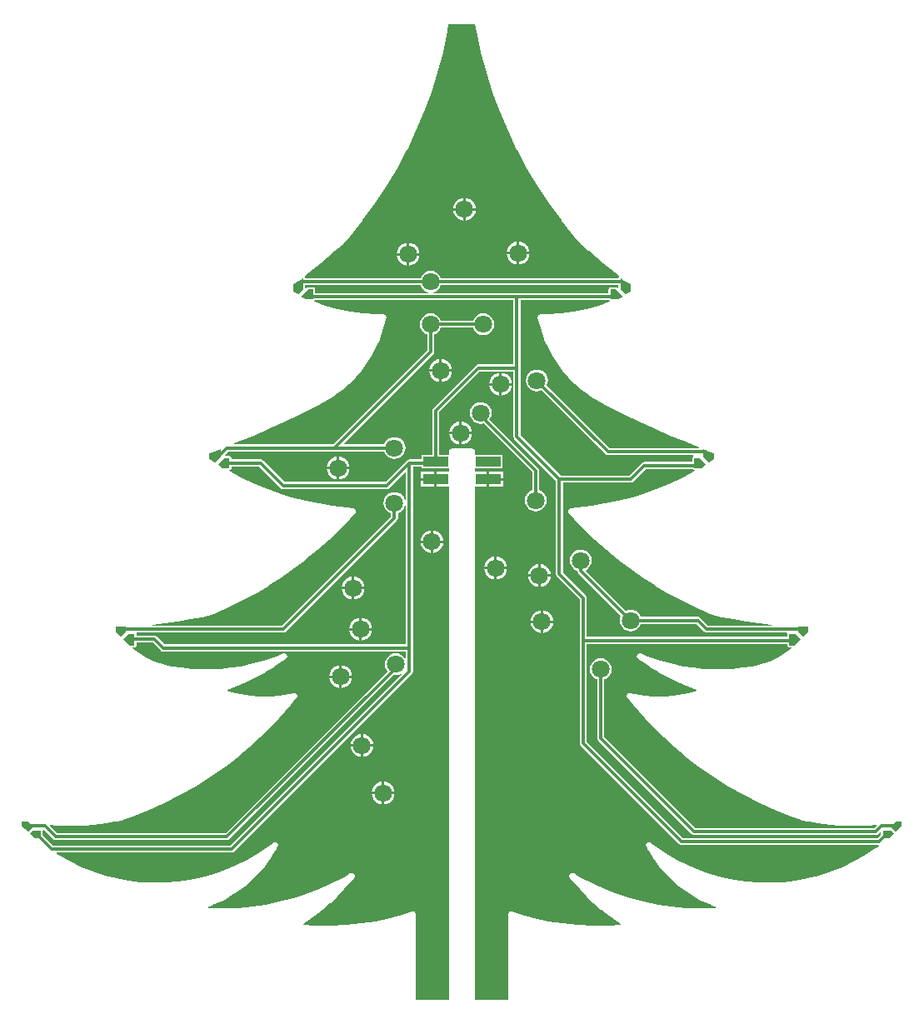
<source format=gbr>
%TF.GenerationSoftware,Altium Limited,Altium Designer,21.2.1 (34)*%
G04 Layer_Physical_Order=2*
G04 Layer_Color=11511158*
%FSLAX25Y25*%
%MOIN*%
%TF.SameCoordinates,D4E26BF7-8A77-4173-AB59-83025396DDF1*%
%TF.FilePolarity,Positive*%
%TF.FileFunction,Copper,L2,Bot,Signal*%
%TF.Part,Single*%
G01*
G75*
%TA.AperFunction,SMDPad,CuDef*%
%ADD10R,0.09843X0.03937*%
%ADD11R,0.01968X0.01968*%
%TA.AperFunction,Conductor*%
%ADD12C,0.01181*%
%TA.AperFunction,ViaPad*%
%ADD13C,0.07087*%
G36*
X188918Y413043D02*
X188925Y413024D01*
X188926Y413002D01*
X190676Y404901D01*
X190688Y404875D01*
X190690Y404847D01*
X192814Y396835D01*
X192826Y396810D01*
X192829Y396782D01*
X195322Y388877D01*
X195336Y388852D01*
X195340Y388824D01*
X198196Y381044D01*
X198211Y381019D01*
X198217Y380992D01*
X201431Y373352D01*
X201446Y373328D01*
X201453Y373301D01*
X205017Y365818D01*
X205034Y365795D01*
X205043Y365768D01*
X208949Y358458D01*
X208967Y358437D01*
X208977Y358410D01*
X213218Y351289D01*
X213237Y351268D01*
X213248Y351242D01*
X217814Y344325D01*
X217834Y344305D01*
X217846Y344279D01*
X222728Y337581D01*
X222749Y337562D01*
X222762Y337537D01*
X227949Y331072D01*
X227965Y331058D01*
X227976Y331040D01*
X230680Y327899D01*
X230754Y327841D01*
X230813Y327768D01*
X233692Y325321D01*
X233699Y325317D01*
X233704Y325311D01*
X239522Y320488D01*
X239531Y320483D01*
X239537Y320475D01*
X245433Y315748D01*
X245442Y315743D01*
X245449Y315736D01*
X245833Y315438D01*
X245878Y315323D01*
X245893Y315251D01*
X245888Y314994D01*
X245833Y314912D01*
X245767Y314840D01*
X245747Y314783D01*
X245714Y314734D01*
X245695Y314637D01*
X245662Y314545D01*
X245300Y314405D01*
X174606D01*
X174283Y315184D01*
X173589Y316089D01*
X172684Y316783D01*
X171631Y317219D01*
X170500Y317368D01*
X169369Y317219D01*
X168316Y316783D01*
X167411Y316089D01*
X166717Y315184D01*
X166394Y314405D01*
X120700D01*
X120338Y314545D01*
X120305Y314637D01*
X120286Y314734D01*
X120253Y314783D01*
X120232Y314840D01*
X120175Y314903D01*
X120155Y314930D01*
X120112Y314994D01*
X120140Y315283D01*
X120156Y315334D01*
X120198Y315419D01*
X120608Y315736D01*
X120614Y315743D01*
X120623Y315748D01*
X126519Y320476D01*
X126526Y320483D01*
X126535Y320488D01*
X132353Y325311D01*
X132358Y325317D01*
X132364Y325321D01*
X135244Y327768D01*
X135302Y327842D01*
X135376Y327900D01*
X138081Y331040D01*
X138091Y331058D01*
X138107Y331072D01*
X143294Y337536D01*
X143307Y337561D01*
X143328Y337580D01*
X148210Y344277D01*
X148222Y344302D01*
X148242Y344323D01*
X152808Y351238D01*
X152819Y351265D01*
X152838Y351286D01*
X157079Y358405D01*
X157089Y358432D01*
X157107Y358454D01*
X161013Y365763D01*
X161022Y365790D01*
X161039Y365813D01*
X164603Y373294D01*
X164610Y373322D01*
X164626Y373345D01*
X167839Y380984D01*
X167845Y381012D01*
X167860Y381036D01*
X170716Y388816D01*
X170721Y388844D01*
X170734Y388868D01*
X173228Y396772D01*
X173231Y396800D01*
X173243Y396826D01*
X175367Y404836D01*
X175369Y404864D01*
X175381Y404890D01*
X177132Y412991D01*
X177132Y413012D01*
X177140Y413032D01*
X177696Y416120D01*
X188362Y416130D01*
X188918Y413043D01*
D02*
G37*
G36*
X245653Y310539D02*
X245259Y310376D01*
X245068Y310568D01*
X244807Y310742D01*
X244500Y310803D01*
X242500D01*
X242193Y310742D01*
X241932Y310568D01*
X241758Y310307D01*
X241697Y310000D01*
Y308405D01*
X171707D01*
X171631Y308781D01*
X172684Y309217D01*
X173589Y309911D01*
X174283Y310816D01*
X174606Y311595D01*
X245653D01*
Y310539D01*
D02*
G37*
G36*
X166717Y310816D02*
X167411Y309911D01*
X168316Y309217D01*
X169369Y308781D01*
X169293Y308405D01*
X124303D01*
Y310000D01*
X124242Y310307D01*
X124068Y310568D01*
X123807Y310742D01*
X123500Y310803D01*
X121500D01*
X121193Y310742D01*
X120932Y310568D01*
X120741Y310376D01*
X120347Y310539D01*
Y311595D01*
X166394D01*
X166717Y310816D01*
D02*
G37*
G36*
X248000Y313500D02*
X250500Y312000D01*
Y309000D01*
X248478Y307978D01*
X246456Y310000D01*
Y314426D01*
X248000Y313500D01*
D02*
G37*
G36*
X119544Y310000D02*
X117522Y307978D01*
X115500Y309000D01*
Y312000D01*
X118000Y313500D01*
X119544Y314426D01*
Y310000D01*
D02*
G37*
G36*
X247500Y307000D02*
X245500Y306000D01*
X242500D01*
Y310000D01*
X244500D01*
X247500Y307000D01*
D02*
G37*
G36*
X123500Y306000D02*
X120500D01*
X118500Y307000D01*
X121500Y310000D01*
X123500D01*
Y306000D01*
D02*
G37*
G36*
X203595Y279905D02*
X189500D01*
X188962Y279798D01*
X188506Y279493D01*
X171507Y262493D01*
X171202Y262038D01*
X171095Y261500D01*
Y243756D01*
X166791D01*
Y241905D01*
X162000D01*
X161462Y241798D01*
X161006Y241493D01*
X152418Y232905D01*
X112082D01*
X103493Y241493D01*
X103038Y241798D01*
X102500Y241905D01*
X90803D01*
Y242500D01*
X90742Y242807D01*
X90568Y243068D01*
X90307Y243242D01*
X90000Y243303D01*
X88346D01*
X88183Y243696D01*
X89582Y245095D01*
X151894D01*
X152217Y244316D01*
X152911Y243411D01*
X153816Y242717D01*
X154869Y242281D01*
X156000Y242132D01*
X157131Y242281D01*
X158184Y242717D01*
X159089Y243411D01*
X159783Y244316D01*
X160219Y245370D01*
X160368Y246500D01*
X160219Y247631D01*
X159783Y248684D01*
X159089Y249589D01*
X158184Y250283D01*
X157131Y250719D01*
X156000Y250868D01*
X154869Y250719D01*
X153816Y250283D01*
X152911Y249589D01*
X152217Y248684D01*
X151894Y247905D01*
X135906D01*
X135756Y248269D01*
X171493Y284007D01*
X171798Y284462D01*
X171905Y285000D01*
Y291894D01*
X172684Y292217D01*
X173589Y292911D01*
X174283Y293816D01*
X174606Y294595D01*
X187394D01*
X187717Y293816D01*
X188411Y292911D01*
X189316Y292217D01*
X190369Y291781D01*
X191500Y291632D01*
X192631Y291781D01*
X193684Y292217D01*
X194589Y292911D01*
X195283Y293816D01*
X195719Y294869D01*
X195868Y296000D01*
X195719Y297130D01*
X195283Y298184D01*
X194589Y299089D01*
X193684Y299783D01*
X192631Y300219D01*
X191500Y300368D01*
X190369Y300219D01*
X189316Y299783D01*
X188411Y299089D01*
X187717Y298184D01*
X187394Y297405D01*
X174606D01*
X174283Y298184D01*
X173589Y299089D01*
X172684Y299783D01*
X171631Y300219D01*
X170500Y300368D01*
X169369Y300219D01*
X168316Y299783D01*
X167411Y299089D01*
X166717Y298184D01*
X166281Y297130D01*
X166132Y296000D01*
X166281Y294869D01*
X166717Y293816D01*
X167411Y292911D01*
X168316Y292217D01*
X169095Y291894D01*
Y285582D01*
X131418Y247905D01*
X92063D01*
X91989Y248292D01*
X93509Y248897D01*
X93518Y248903D01*
X93528Y248905D01*
X99819Y251535D01*
X99828Y251540D01*
X99838Y251543D01*
X106084Y254278D01*
X106092Y254284D01*
X106102Y254286D01*
X112301Y257126D01*
X112310Y257132D01*
X112320Y257135D01*
X118470Y260078D01*
X118478Y260084D01*
X118488Y260087D01*
X124588Y263134D01*
X124594Y263139D01*
X124602Y263141D01*
X127632Y264703D01*
X127650Y264717D01*
X127673Y264725D01*
X129213Y265594D01*
X129238Y265616D01*
X129269Y265628D01*
X132248Y267533D01*
X132281Y267564D01*
X132321Y267583D01*
X135153Y269700D01*
X135183Y269733D01*
X135222Y269755D01*
X137892Y272073D01*
X137920Y272108D01*
X137957Y272133D01*
X140451Y274639D01*
X140476Y274676D01*
X140511Y274704D01*
X142816Y277386D01*
X142838Y277424D01*
X142871Y277454D01*
X144974Y280297D01*
X144993Y280337D01*
X145024Y280369D01*
X146915Y283358D01*
X146931Y283399D01*
X146959Y283434D01*
X148626Y286552D01*
X148639Y286595D01*
X148665Y286631D01*
X150101Y289863D01*
X150110Y289906D01*
X150133Y289944D01*
X151330Y293272D01*
X151336Y293316D01*
X151356Y293356D01*
X152307Y296762D01*
X152309Y296795D01*
X152323Y296826D01*
X152704Y298553D01*
X152707Y298682D01*
X152733Y298809D01*
X152712Y298915D01*
X152714Y299022D01*
X152667Y299143D01*
X152642Y299270D01*
X152583Y299360D01*
X152544Y299460D01*
X152454Y299554D01*
X152382Y299662D01*
X152293Y299722D01*
X152218Y299799D01*
X152100Y299851D01*
X151992Y299924D01*
X151887Y299945D01*
X151788Y299988D01*
X151659Y299991D01*
X151532Y300017D01*
X148909Y300024D01*
X143675Y300379D01*
X138475Y301076D01*
X133332Y302109D01*
X128268Y303475D01*
X124039Y304918D01*
X123971Y305290D01*
X124246Y305595D01*
X203595D01*
Y279905D01*
D02*
G37*
G36*
X242055Y305297D02*
X242026Y304921D01*
X237789Y303475D01*
X232724Y302109D01*
X227581Y301076D01*
X222381Y300379D01*
X217148Y300024D01*
X214525Y300017D01*
X214398Y299991D01*
X214268Y299988D01*
X214170Y299945D01*
X214064Y299924D01*
X213956Y299851D01*
X213838Y299799D01*
X213763Y299722D01*
X213674Y299662D01*
X213602Y299554D01*
X213513Y299460D01*
X213474Y299360D01*
X213414Y299270D01*
X213389Y299143D01*
X213342Y299022D01*
X213344Y298915D01*
X213324Y298809D01*
X213349Y298682D01*
X213352Y298553D01*
X213733Y296826D01*
X213747Y296795D01*
X213749Y296762D01*
X214700Y293356D01*
X214720Y293316D01*
X214727Y293272D01*
X215923Y289944D01*
X215946Y289906D01*
X215956Y289863D01*
X217391Y286631D01*
X217417Y286595D01*
X217430Y286552D01*
X219098Y283434D01*
X219126Y283399D01*
X219142Y283358D01*
X221032Y280369D01*
X221063Y280337D01*
X221082Y280297D01*
X223185Y277454D01*
X223218Y277424D01*
X223240Y277386D01*
X225545Y274704D01*
X225581Y274676D01*
X225605Y274639D01*
X228100Y272133D01*
X228137Y272108D01*
X228164Y272073D01*
X230835Y269755D01*
X230873Y269733D01*
X230903Y269700D01*
X233736Y267583D01*
X233776Y267564D01*
X233808Y267533D01*
X236787Y265628D01*
X236818Y265616D01*
X236844Y265594D01*
X238384Y264725D01*
X238406Y264717D01*
X238424Y264703D01*
X241455Y263141D01*
X241462Y263139D01*
X241468Y263134D01*
X247568Y260087D01*
X247578Y260084D01*
X247586Y260078D01*
X253737Y257135D01*
X253747Y257132D01*
X253755Y257126D01*
X259954Y254286D01*
X259964Y254284D01*
X259973Y254278D01*
X266218Y251543D01*
X266229Y251540D01*
X266237Y251535D01*
X272528Y248905D01*
X272538Y248903D01*
X272547Y248897D01*
X277833Y246792D01*
X277759Y246405D01*
X253543D01*
X253489Y246416D01*
X252511D01*
X252457Y246405D01*
X242082D01*
X216897Y271590D01*
X217219Y272370D01*
X217368Y273500D01*
X217219Y274630D01*
X216783Y275684D01*
X216089Y276589D01*
X215184Y277283D01*
X214130Y277719D01*
X213000Y277868D01*
X211870Y277719D01*
X210816Y277283D01*
X209911Y276589D01*
X209217Y275684D01*
X208781Y274630D01*
X208632Y273500D01*
X208781Y272370D01*
X209217Y271316D01*
X209911Y270411D01*
X210816Y269717D01*
X211870Y269281D01*
X213000Y269132D01*
X214130Y269281D01*
X214910Y269603D01*
X240507Y244007D01*
X240962Y243702D01*
X241500Y243595D01*
X252500D01*
X252554Y243606D01*
X253446D01*
X253500Y243595D01*
X275567D01*
X275614Y243463D01*
X275632Y243201D01*
X275432Y243068D01*
X275258Y242807D01*
X275197Y242500D01*
Y240905D01*
X256000D01*
X255462Y240798D01*
X255007Y240493D01*
X249918Y235405D01*
X222582D01*
X206405Y251582D01*
Y278500D01*
Y305595D01*
X241776D01*
X242055Y305297D01*
D02*
G37*
G36*
X281000Y245500D02*
X284000Y244500D01*
Y242000D01*
X281813Y240687D01*
X279500Y243000D01*
X279500Y246000D01*
X281000Y245500D01*
D02*
G37*
G36*
X86500Y243000D02*
X84188Y240687D01*
X82000Y242000D01*
Y244500D01*
X85000Y245500D01*
X86500Y246000D01*
X86500Y243000D01*
D02*
G37*
G36*
X280500Y240000D02*
X279000Y238500D01*
X276000D01*
Y242500D01*
X278000D01*
X280500Y240000D01*
D02*
G37*
G36*
X90000Y238500D02*
X87000D01*
X85500Y240000D01*
X88000Y242500D01*
X90000D01*
Y238500D01*
D02*
G37*
G36*
X110506Y230507D02*
X110962Y230202D01*
X111500Y230095D01*
X153000D01*
X153538Y230202D01*
X153993Y230507D01*
X160231Y236744D01*
X160595Y236594D01*
Y225707D01*
X160219Y225630D01*
X159783Y226684D01*
X159089Y227589D01*
X158184Y228283D01*
X157131Y228719D01*
X156000Y228868D01*
X154869Y228719D01*
X153816Y228283D01*
X152911Y227589D01*
X152217Y226684D01*
X151781Y225630D01*
X151632Y224500D01*
X151781Y223370D01*
X152217Y222316D01*
X152911Y221411D01*
X153816Y220717D01*
X154595Y220394D01*
Y219082D01*
X110918Y175405D01*
X59211D01*
X59048Y175799D01*
X59073Y175824D01*
X64102Y176396D01*
X64116Y176400D01*
X64130Y176399D01*
X69145Y177086D01*
X69158Y177091D01*
X69172Y177090D01*
X74170Y177892D01*
X74183Y177897D01*
X74197Y177897D01*
X79175Y178813D01*
X79185Y178817D01*
X79195Y178817D01*
X81676Y179318D01*
X81783Y179363D01*
X81897Y179385D01*
X84649Y180520D01*
X84664Y180529D01*
X84681Y180533D01*
X90117Y182960D01*
X90136Y182974D01*
X90159Y182980D01*
X95498Y185613D01*
X95517Y185628D01*
X95540Y185635D01*
X100773Y188472D01*
X100792Y188487D01*
X100814Y188495D01*
X105934Y191532D01*
X105952Y191547D01*
X105974Y191556D01*
X110974Y194787D01*
X110991Y194804D01*
X111012Y194813D01*
X115884Y198235D01*
X115901Y198252D01*
X115922Y198262D01*
X120659Y201869D01*
X120674Y201886D01*
X120695Y201897D01*
X125289Y205683D01*
X125304Y205702D01*
X125325Y205714D01*
X129770Y209674D01*
X129784Y209692D01*
X129804Y209705D01*
X134094Y213833D01*
X134107Y213853D01*
X134127Y213866D01*
X138254Y218156D01*
X138264Y218171D01*
X138278Y218181D01*
X140279Y220385D01*
X140361Y220522D01*
X140460Y220647D01*
X140481Y220722D01*
X140521Y220788D01*
X140545Y220946D01*
X140588Y221100D01*
X140579Y221176D01*
X140591Y221253D01*
X140552Y221408D01*
X140533Y221566D01*
X140496Y221634D01*
X140477Y221709D01*
X140382Y221837D01*
X140304Y221976D01*
X140243Y222024D01*
X140197Y222086D01*
X140060Y222169D01*
X139935Y222268D01*
X139861Y222288D01*
X139795Y222328D01*
X139637Y222352D01*
X139483Y222395D01*
X136724Y222614D01*
X131231Y223301D01*
X125775Y224234D01*
X120366Y225413D01*
X115016Y226835D01*
X109735Y228496D01*
X104535Y230394D01*
X99426Y232524D01*
X94418Y234883D01*
X89827Y237303D01*
X89925Y237697D01*
X90000D01*
X90307Y237758D01*
X90568Y237932D01*
X90742Y238193D01*
X90803Y238500D01*
Y239095D01*
X101918D01*
X110506Y230507D01*
D02*
G37*
G36*
X275432Y237932D02*
X275693Y237758D01*
X276000Y237697D01*
X276131D01*
X276229Y237303D01*
X271639Y234883D01*
X266631Y232524D01*
X261521Y230394D01*
X256321Y228496D01*
X251041Y226835D01*
X245690Y225413D01*
X240282Y224234D01*
X234825Y223301D01*
X229332Y222614D01*
X226573Y222395D01*
X226420Y222352D01*
X226262Y222328D01*
X226196Y222288D01*
X226121Y222268D01*
X225996Y222169D01*
X225859Y222086D01*
X225813Y222024D01*
X225752Y221976D01*
X225674Y221837D01*
X225579Y221709D01*
X225561Y221634D01*
X225523Y221566D01*
X225504Y221408D01*
X225466Y221253D01*
X225477Y221176D01*
X225468Y221099D01*
X225512Y220946D01*
X225535Y220788D01*
X225575Y220722D01*
X225596Y220647D01*
X225695Y220522D01*
X225777Y220385D01*
X227778Y218181D01*
X227792Y218171D01*
X227802Y218156D01*
X231930Y213866D01*
X231949Y213853D01*
X231962Y213833D01*
X236252Y209705D01*
X236272Y209692D01*
X236286Y209674D01*
X240732Y205714D01*
X240752Y205702D01*
X240767Y205683D01*
X245361Y201897D01*
X245382Y201886D01*
X245398Y201869D01*
X250134Y198262D01*
X250156Y198252D01*
X250172Y198235D01*
X255044Y194813D01*
X255065Y194804D01*
X255082Y194787D01*
X260083Y191556D01*
X260104Y191547D01*
X260122Y191532D01*
X265243Y188495D01*
X265265Y188487D01*
X265283Y188472D01*
X270517Y185635D01*
X270539Y185628D01*
X270558Y185613D01*
X275897Y182980D01*
X275920Y182974D01*
X275939Y182960D01*
X281376Y180533D01*
X281393Y180529D01*
X281407Y180520D01*
X284160Y179385D01*
X284273Y179363D01*
X284380Y179318D01*
X286861Y178817D01*
X286872Y178817D01*
X286881Y178813D01*
X291859Y177897D01*
X291873Y177897D01*
X291886Y177892D01*
X296884Y177090D01*
X296898Y177091D01*
X296912Y177086D01*
X301926Y176399D01*
X301940Y176400D01*
X301954Y176396D01*
X306983Y175824D01*
X307009Y175799D01*
X306845Y175405D01*
X281582D01*
X278493Y178493D01*
X278038Y178798D01*
X277500Y178905D01*
X254606D01*
X254283Y179684D01*
X253589Y180589D01*
X252684Y181283D01*
X251630Y181719D01*
X250500Y181868D01*
X249370Y181719D01*
X248590Y181396D01*
X232654Y197333D01*
X232765Y197779D01*
X233589Y198411D01*
X234283Y199316D01*
X234719Y200370D01*
X234868Y201500D01*
X234719Y202630D01*
X234283Y203684D01*
X233589Y204589D01*
X232684Y205283D01*
X231630Y205719D01*
X230500Y205868D01*
X229369Y205719D01*
X228316Y205283D01*
X227411Y204589D01*
X226717Y203684D01*
X226281Y202630D01*
X226132Y201500D01*
X226281Y200370D01*
X226717Y199316D01*
X227411Y198411D01*
X228316Y197717D01*
X229118Y197385D01*
X229202Y196962D01*
X229507Y196507D01*
X246603Y179410D01*
X246281Y178630D01*
X246132Y177500D01*
X246281Y176370D01*
X246717Y175316D01*
X247411Y174411D01*
X248316Y173717D01*
X249370Y173281D01*
X250500Y173132D01*
X251630Y173281D01*
X252684Y173717D01*
X253589Y174411D01*
X254283Y175316D01*
X254606Y176095D01*
X276918D01*
X280007Y173006D01*
X280462Y172702D01*
X281000Y172595D01*
X312977D01*
X313063Y172507D01*
X313237Y172201D01*
X313197Y172000D01*
Y170905D01*
X232905D01*
Y186500D01*
X232798Y187038D01*
X232493Y187494D01*
X223405Y196582D01*
Y232595D01*
X250500D01*
X251038Y232702D01*
X251493Y233007D01*
X256582Y238095D01*
X275324D01*
X275432Y237932D01*
D02*
G37*
G36*
X321500Y173000D02*
X319546Y171046D01*
X317500Y173000D01*
Y175000D01*
X321500D01*
Y173000D01*
D02*
G37*
G36*
X48500D02*
X46454Y171046D01*
X44500Y173000D01*
Y175000D01*
X48500D01*
Y173000D01*
D02*
G37*
G36*
X160595Y223293D02*
Y167905D01*
X64082D01*
X60993Y170993D01*
X60538Y171298D01*
X60000Y171405D01*
X52803D01*
Y172000D01*
X52763Y172201D01*
X52937Y172507D01*
X53023Y172595D01*
X111500D01*
X112038Y172702D01*
X112494Y173006D01*
X156993Y217507D01*
X157298Y217962D01*
X157405Y218500D01*
Y220394D01*
X158184Y220717D01*
X159089Y221411D01*
X159783Y222316D01*
X160219Y223370D01*
X160595Y223293D01*
D02*
G37*
G36*
X318500Y170000D02*
X316000Y167500D01*
X314000D01*
Y172000D01*
X316500D01*
X318500Y170000D01*
D02*
G37*
G36*
X52000Y167500D02*
X50000D01*
X47500Y170000D01*
X49500Y172000D01*
X52000D01*
Y167500D01*
D02*
G37*
G36*
X62507Y165506D02*
X62962Y165202D01*
X63500Y165095D01*
X160595D01*
Y162424D01*
X160201Y162290D01*
X159589Y163089D01*
X158684Y163783D01*
X157631Y164219D01*
X156500Y164368D01*
X155369Y164219D01*
X154316Y163783D01*
X153411Y163089D01*
X152717Y162184D01*
X152281Y161130D01*
X152132Y160000D01*
X152281Y158870D01*
X152717Y157816D01*
X153200Y157187D01*
X88418Y92405D01*
X21082D01*
X18180Y95307D01*
X18348Y95663D01*
X20782Y95428D01*
X20821Y95432D01*
X20860Y95423D01*
X26648Y95238D01*
X26686Y95244D01*
X26725Y95238D01*
X32513Y95425D01*
X32551Y95434D01*
X32590Y95430D01*
X38355Y95989D01*
X38392Y96000D01*
X38431Y95999D01*
X44147Y96928D01*
X44175Y96938D01*
X44205Y96938D01*
X47037Y97540D01*
X47108Y97570D01*
X47184Y97581D01*
X50555Y98758D01*
X50574Y98770D01*
X50596Y98773D01*
X57249Y101370D01*
X57274Y101386D01*
X57303Y101392D01*
X63823Y104305D01*
X63847Y104322D01*
X63876Y104330D01*
X70249Y107554D01*
X70272Y107572D01*
X70300Y107581D01*
X76510Y111108D01*
X76532Y111127D01*
X76560Y111137D01*
X82593Y114958D01*
X82615Y114979D01*
X82642Y114991D01*
X88485Y119097D01*
X88505Y119119D01*
X88531Y119132D01*
X94170Y123515D01*
X94189Y123537D01*
X94214Y123552D01*
X99636Y128201D01*
X99654Y128224D01*
X99679Y128240D01*
X104870Y133144D01*
X104887Y133168D01*
X104911Y133185D01*
X109860Y138334D01*
X109876Y138359D01*
X109900Y138377D01*
X114595Y143757D01*
X114606Y143777D01*
X114623Y143791D01*
X116873Y146564D01*
X116911Y146635D01*
X116965Y146695D01*
X117019Y146842D01*
X117092Y146980D01*
X117099Y147060D01*
X117127Y147135D01*
X117121Y147292D01*
X117135Y147448D01*
X117112Y147525D01*
X117108Y147605D01*
X117043Y147747D01*
X116996Y147897D01*
X116945Y147959D01*
X116911Y148032D01*
X116796Y148138D01*
X116696Y148258D01*
X116625Y148296D01*
X116566Y148350D01*
X116419Y148404D01*
X116281Y148477D01*
X116200Y148485D01*
X116125Y148512D01*
X115969Y148506D01*
X115813Y148521D01*
X115736Y148497D01*
X115656Y148494D01*
X113780Y148042D01*
X109971Y147429D01*
X106126Y147111D01*
X102268Y147090D01*
X98420Y147367D01*
X94604Y147938D01*
X90844Y148802D01*
X89182Y149321D01*
X89174Y149715D01*
X90700Y150256D01*
X90722Y150269D01*
X90748Y150274D01*
X94261Y151688D01*
X94283Y151702D01*
X94308Y151708D01*
X97759Y153270D01*
X97780Y153285D01*
X97805Y153292D01*
X101187Y154997D01*
X101207Y155013D01*
X101232Y155021D01*
X104539Y156868D01*
X104559Y156885D01*
X104583Y156894D01*
X107809Y158878D01*
X107828Y158895D01*
X107852Y158905D01*
X110992Y161024D01*
X111005Y161038D01*
X111023Y161046D01*
X112559Y162154D01*
X112628Y162228D01*
X112712Y162285D01*
X112786Y162399D01*
X112879Y162498D01*
X112914Y162593D01*
X112970Y162677D01*
X112996Y162811D01*
X113043Y162938D01*
X113039Y163040D01*
X113058Y163139D01*
X113031Y163272D01*
X113026Y163408D01*
X112984Y163500D01*
X112964Y163599D01*
X112887Y163712D01*
X112831Y163835D01*
X112757Y163904D01*
X112700Y163988D01*
X112586Y164063D01*
X112487Y164155D01*
X112392Y164191D01*
X112307Y164246D01*
X112174Y164272D01*
X112046Y164319D01*
X111945Y164316D01*
X111846Y164335D01*
X111713Y164307D01*
X111577Y164303D01*
X111485Y164260D01*
X111386Y164240D01*
X109574Y163475D01*
X105878Y162127D01*
X102121Y160964D01*
X98310Y159989D01*
X94455Y159204D01*
X90566Y158612D01*
X86653Y158214D01*
X82724Y158010D01*
X78790Y158002D01*
X74861Y158190D01*
X70946Y158572D01*
X67055Y159148D01*
X65149Y159528D01*
X63390Y159950D01*
X59930Y161161D01*
X56610Y162714D01*
X53464Y164594D01*
X51139Y166323D01*
X51263Y166697D01*
X52000D01*
X52307Y166758D01*
X52568Y166932D01*
X52742Y167193D01*
X52803Y167500D01*
Y168595D01*
X59418D01*
X62507Y165506D01*
D02*
G37*
G36*
X313197Y167500D02*
X313258Y167193D01*
X313432Y166932D01*
X313693Y166758D01*
X314000Y166697D01*
X314793D01*
X314917Y166323D01*
X312593Y164594D01*
X309446Y162714D01*
X306126Y161161D01*
X302666Y159950D01*
X300907Y159528D01*
X299001Y159148D01*
X295110Y158572D01*
X291195Y158190D01*
X287266Y158002D01*
X283332Y158010D01*
X279404Y158214D01*
X275490Y158612D01*
X271601Y159204D01*
X267746Y159989D01*
X263936Y160964D01*
X260178Y162127D01*
X256482Y163475D01*
X254671Y164240D01*
X254572Y164260D01*
X254480Y164303D01*
X254344Y164307D01*
X254210Y164335D01*
X254111Y164316D01*
X254010Y164319D01*
X253883Y164272D01*
X253749Y164246D01*
X253664Y164191D01*
X253570Y164155D01*
X253470Y164063D01*
X253356Y163988D01*
X253300Y163904D01*
X253226Y163835D01*
X253169Y163712D01*
X253093Y163599D01*
X253072Y163500D01*
X253030Y163408D01*
X253025Y163272D01*
X252998Y163139D01*
X253017Y163040D01*
X253013Y162938D01*
X253061Y162811D01*
X253086Y162677D01*
X253142Y162593D01*
X253177Y162498D01*
X253270Y162399D01*
X253345Y162285D01*
X253429Y162228D01*
X253497Y162154D01*
X255033Y161046D01*
X255051Y161038D01*
X255064Y161024D01*
X258204Y158905D01*
X258228Y158895D01*
X258247Y158878D01*
X261473Y156894D01*
X261498Y156885D01*
X261517Y156868D01*
X264825Y155021D01*
X264849Y155013D01*
X264869Y154997D01*
X268251Y153292D01*
X268276Y153285D01*
X268297Y153270D01*
X271748Y151708D01*
X271773Y151702D01*
X271795Y151688D01*
X275309Y150274D01*
X275334Y150269D01*
X275356Y150256D01*
X276882Y149715D01*
X276874Y149321D01*
X275212Y148802D01*
X271452Y147938D01*
X267636Y147367D01*
X263788Y147090D01*
X259930Y147111D01*
X256085Y147429D01*
X252276Y148042D01*
X250401Y148494D01*
X250320Y148497D01*
X250244Y148521D01*
X250088Y148506D01*
X249931Y148512D01*
X249856Y148485D01*
X249776Y148477D01*
X249637Y148404D01*
X249490Y148350D01*
X249431Y148296D01*
X249360Y148258D01*
X249260Y148138D01*
X249145Y148032D01*
X249111Y147959D01*
X249060Y147897D01*
X249013Y147747D01*
X248948Y147605D01*
X248945Y147525D01*
X248921Y147448D01*
X248935Y147292D01*
X248929Y147135D01*
X248957Y147060D01*
X248964Y146980D01*
X249037Y146842D01*
X249091Y146695D01*
X249146Y146635D01*
X249183Y146564D01*
X251433Y143791D01*
X251450Y143777D01*
X251461Y143757D01*
X256157Y138377D01*
X256180Y138359D01*
X256196Y138334D01*
X261145Y133185D01*
X261169Y133168D01*
X261186Y133144D01*
X266378Y128240D01*
X266403Y128224D01*
X266421Y128201D01*
X271842Y123552D01*
X271867Y123537D01*
X271887Y123515D01*
X277525Y119132D01*
X277552Y119119D01*
X277572Y119097D01*
X283415Y114991D01*
X283442Y114979D01*
X283463Y114959D01*
X289496Y111137D01*
X289524Y111127D01*
X289546Y111108D01*
X295757Y107581D01*
X295785Y107572D01*
X295808Y107554D01*
X302181Y104330D01*
X302209Y104322D01*
X302233Y104305D01*
X308753Y101392D01*
X308782Y101386D01*
X308807Y101370D01*
X315460Y98773D01*
X315482Y98770D01*
X315501Y98758D01*
X318872Y97581D01*
X318949Y97570D01*
X319019Y97540D01*
X321852Y96938D01*
X321881Y96938D01*
X321909Y96928D01*
X327625Y95999D01*
X327664Y96000D01*
X327702Y95989D01*
X333466Y95430D01*
X333505Y95434D01*
X333543Y95425D01*
X339331Y95238D01*
X339370Y95244D01*
X339409Y95238D01*
X345197Y95423D01*
X345235Y95432D01*
X345274Y95428D01*
X348747Y95764D01*
X348915Y95408D01*
X348735Y95227D01*
X348724Y95211D01*
X347918Y94405D01*
X330543D01*
X330489Y94416D01*
X329511D01*
X329457Y94405D01*
X276582D01*
X239905Y131082D01*
Y153894D01*
X240684Y154217D01*
X241589Y154911D01*
X242283Y155816D01*
X242719Y156869D01*
X242868Y158000D01*
X242719Y159131D01*
X242283Y160184D01*
X241589Y161089D01*
X240684Y161783D01*
X239631Y162219D01*
X238500Y162368D01*
X237369Y162219D01*
X236316Y161783D01*
X235411Y161089D01*
X234717Y160184D01*
X234281Y159131D01*
X234132Y158000D01*
X234281Y156869D01*
X234717Y155816D01*
X235411Y154911D01*
X236316Y154217D01*
X237095Y153894D01*
Y130500D01*
X237202Y129962D01*
X237507Y129507D01*
X275007Y92007D01*
X275462Y91702D01*
X276000Y91595D01*
X329500D01*
X329554Y91606D01*
X330446D01*
X330500Y91595D01*
X348500D01*
X349038Y91702D01*
X349493Y92007D01*
X350333Y92847D01*
X350697Y92696D01*
Y91684D01*
X349418Y90405D01*
X271582D01*
X232905Y129082D01*
Y168095D01*
X313197D01*
Y167500D01*
D02*
G37*
G36*
X158916Y155903D02*
X90418Y87405D01*
X19582D01*
X15303Y91684D01*
Y93500D01*
X15375Y93581D01*
X15917Y93596D01*
X19507Y90007D01*
X19962Y89702D01*
X20500Y89595D01*
X89000D01*
X89538Y89702D01*
X89993Y90007D01*
X155721Y155734D01*
X156500Y155632D01*
X157631Y155781D01*
X158684Y156217D01*
X158916Y155903D01*
D02*
G37*
G36*
X359000Y95000D02*
X356500Y93000D01*
X354500Y95000D01*
X356500Y97000D01*
X359000D01*
Y95000D01*
D02*
G37*
G36*
X11500Y95000D02*
X9500Y93000D01*
X7000Y95000D01*
Y97000D01*
X9500D01*
X11500Y95000D01*
D02*
G37*
G36*
X355750Y92250D02*
X354000Y90500D01*
X351500D01*
Y93500D01*
X354500D01*
X355750Y92250D01*
D02*
G37*
G36*
X14500Y90500D02*
X12000D01*
X10250Y92250D01*
X11500Y93500D01*
X14500D01*
Y90500D01*
D02*
G37*
G36*
X203595Y251000D02*
X203702Y250462D01*
X204007Y250007D01*
X220595Y233418D01*
Y196000D01*
X220702Y195462D01*
X221007Y195007D01*
X230095Y185918D01*
Y169500D01*
Y128500D01*
X230202Y127962D01*
X230507Y127506D01*
X270007Y88007D01*
X270462Y87702D01*
X271000Y87595D01*
X349593D01*
X349722Y87201D01*
X348020Y85949D01*
X343886Y83302D01*
X339590Y80927D01*
X335150Y78835D01*
X330583Y77035D01*
X325910Y75533D01*
X321150Y74337D01*
X316322Y73451D01*
X311446Y72879D01*
X306545Y72623D01*
X301637Y72685D01*
X296743Y73063D01*
X291883Y73757D01*
X287079Y74764D01*
X282350Y76080D01*
X277716Y77698D01*
X273196Y79612D01*
X268810Y81815D01*
X264575Y84297D01*
X260509Y87047D01*
X258569Y88550D01*
X258365Y88652D01*
X258162Y88756D01*
X258155Y88757D01*
X258149Y88760D01*
X257921Y88776D01*
X257693Y88795D01*
X257687Y88793D01*
X257680Y88793D01*
X257463Y88720D01*
X257246Y88651D01*
X257241Y88646D01*
X257234Y88644D01*
X257062Y88494D01*
X256888Y88347D01*
X256885Y88341D01*
X256879Y88336D01*
X256778Y88132D01*
X256673Y87929D01*
X256673Y87922D01*
X256670Y87916D01*
X256654Y87688D01*
X256635Y87460D01*
X256637Y87454D01*
X256637Y87447D01*
X256709Y87230D01*
X256779Y87013D01*
X257673Y85406D01*
X257695Y85380D01*
X257706Y85349D01*
X259668Y82237D01*
X259699Y82205D01*
X259718Y82165D01*
X261901Y79205D01*
X261934Y79175D01*
X261956Y79136D01*
X264351Y76344D01*
X264386Y76316D01*
X264410Y76279D01*
X267003Y73670D01*
X267040Y73645D01*
X267067Y73610D01*
X269843Y71197D01*
X269882Y71175D01*
X269912Y71142D01*
X272857Y68939D01*
X272898Y68920D01*
X272930Y68889D01*
X276028Y66907D01*
X276070Y66891D01*
X276104Y66863D01*
X279340Y65113D01*
X279382Y65100D01*
X279419Y65074D01*
X282773Y63566D01*
X282817Y63556D01*
X282855Y63533D01*
X284596Y62899D01*
X284542Y62509D01*
X283608Y62441D01*
X278053Y62342D01*
X272501Y62547D01*
X266969Y63054D01*
X261473Y63862D01*
X256029Y64969D01*
X250653Y66372D01*
X245362Y68065D01*
X240171Y70045D01*
X235096Y72305D01*
X230152Y74839D01*
X227753Y76239D01*
X227736Y76245D01*
X227722Y76256D01*
X227514Y76321D01*
X227309Y76392D01*
X227291Y76391D01*
X227273Y76396D01*
X227057Y76376D01*
X226840Y76363D01*
X226823Y76355D01*
X226805Y76354D01*
X226613Y76253D01*
X226417Y76157D01*
X226405Y76144D01*
X226389Y76135D01*
X226250Y75968D01*
X226106Y75805D01*
X226100Y75788D01*
X226088Y75774D01*
X226024Y75567D01*
X225953Y75361D01*
X225954Y75343D01*
X225949Y75326D01*
X225968Y75109D01*
X225981Y74892D01*
X225990Y74876D01*
X225991Y74858D01*
X226092Y74665D01*
X226187Y74470D01*
X226201Y74458D01*
X226209Y74442D01*
X227437Y72923D01*
X227454Y72908D01*
X227466Y72888D01*
X230032Y69945D01*
X230057Y69926D01*
X230073Y69901D01*
X232783Y67089D01*
X232808Y67072D01*
X232826Y67047D01*
X235673Y64374D01*
X235699Y64358D01*
X235718Y64334D01*
X238695Y61806D01*
X238721Y61791D01*
X238742Y61769D01*
X241841Y59393D01*
X241868Y59379D01*
X241890Y59357D01*
X245104Y57139D01*
X245132Y57127D01*
X245154Y57106D01*
X246620Y56199D01*
X246526Y55817D01*
X241644Y55450D01*
X235614Y55355D01*
X229590Y55615D01*
X223591Y56230D01*
X217639Y57197D01*
X211754Y58514D01*
X205957Y60175D01*
X203113Y61176D01*
X202912Y61204D01*
X202713Y61244D01*
X202680Y61237D01*
X202647Y61242D01*
X202451Y61191D01*
X202252Y61152D01*
X202225Y61133D01*
X202192Y61125D01*
X202030Y61004D01*
X201862Y60891D01*
X201843Y60863D01*
X201817Y60843D01*
X201713Y60669D01*
X201601Y60500D01*
X201594Y60468D01*
X201577Y60439D01*
X201549Y60238D01*
X201509Y60039D01*
X201509Y25811D01*
X188169D01*
X188169Y231031D01*
X193000D01*
Y234000D01*
Y236968D01*
X188169D01*
Y238244D01*
X199209D01*
Y243756D01*
X188169D01*
Y245079D01*
X188078Y245540D01*
X187817Y245930D01*
X187426Y246191D01*
X186965Y246283D01*
X179091D01*
X178630Y246191D01*
X178240Y245930D01*
X177979Y245540D01*
X177887Y245079D01*
Y243756D01*
X173905D01*
Y260918D01*
X190082Y277095D01*
X203595D01*
Y251000D01*
D02*
G37*
G36*
X166791Y238244D02*
X177887D01*
Y236968D01*
X173000D01*
Y234000D01*
Y231031D01*
X177887D01*
X177887Y25811D01*
X164547D01*
X164547Y60039D01*
X164508Y60239D01*
X164479Y60439D01*
X164462Y60467D01*
X164456Y60500D01*
X164343Y60669D01*
X164240Y60843D01*
X164213Y60863D01*
X164195Y60891D01*
X164026Y61004D01*
X163864Y61125D01*
X163832Y61133D01*
X163804Y61152D01*
X163605Y61191D01*
X163409Y61242D01*
X163376Y61237D01*
X163343Y61244D01*
X163144Y61204D01*
X162944Y61175D01*
X160099Y60175D01*
X154302Y58514D01*
X148418Y57197D01*
X142465Y56230D01*
X136467Y55615D01*
X130442Y55355D01*
X124412Y55450D01*
X119530Y55817D01*
X119437Y56199D01*
X120902Y57106D01*
X120925Y57127D01*
X120953Y57139D01*
X124167Y59357D01*
X124188Y59379D01*
X124215Y59393D01*
X127315Y61769D01*
X127335Y61791D01*
X127362Y61806D01*
X130338Y64334D01*
X130357Y64358D01*
X130383Y64374D01*
X133230Y67047D01*
X133248Y67072D01*
X133273Y67089D01*
X135983Y69901D01*
X136000Y69926D01*
X136024Y69945D01*
X138591Y72888D01*
X138602Y72908D01*
X138619Y72923D01*
X139847Y74442D01*
X139855Y74458D01*
X139869Y74470D01*
X139964Y74665D01*
X140065Y74858D01*
X140067Y74876D01*
X140075Y74892D01*
X140088Y75109D01*
X140108Y75326D01*
X140102Y75343D01*
X140103Y75361D01*
X140033Y75567D01*
X139968Y75774D01*
X139956Y75788D01*
X139950Y75805D01*
X139806Y75968D01*
X139667Y76135D01*
X139651Y76144D01*
X139639Y76157D01*
X139444Y76253D01*
X139251Y76354D01*
X139233Y76355D01*
X139217Y76363D01*
X139000Y76376D01*
X138783Y76396D01*
X138766Y76391D01*
X138748Y76392D01*
X138542Y76321D01*
X138335Y76256D01*
X138321Y76245D01*
X138303Y76239D01*
X135904Y74839D01*
X130960Y72305D01*
X125885Y70045D01*
X120694Y68065D01*
X115403Y66372D01*
X110028Y64969D01*
X104584Y63862D01*
X99087Y63054D01*
X93555Y62547D01*
X88003Y62342D01*
X82449Y62441D01*
X81515Y62509D01*
X81460Y62899D01*
X83201Y63533D01*
X83240Y63556D01*
X83283Y63566D01*
X86638Y65074D01*
X86674Y65100D01*
X86717Y65113D01*
X89952Y66863D01*
X89986Y66891D01*
X90028Y66907D01*
X93126Y68889D01*
X93159Y68920D01*
X93199Y68939D01*
X96144Y71142D01*
X96174Y71175D01*
X96213Y71197D01*
X98989Y73610D01*
X99016Y73645D01*
X99054Y73670D01*
X101646Y76279D01*
X101671Y76317D01*
X101706Y76344D01*
X104100Y79136D01*
X104122Y79175D01*
X104155Y79205D01*
X106339Y82165D01*
X106358Y82205D01*
X106388Y82237D01*
X108350Y85349D01*
X108362Y85380D01*
X108384Y85406D01*
X109277Y87013D01*
X109347Y87231D01*
X109420Y87447D01*
X109419Y87454D01*
X109421Y87461D01*
X109403Y87689D01*
X109387Y87916D01*
X109384Y87922D01*
X109383Y87929D01*
X109279Y88133D01*
X109177Y88336D01*
X109172Y88341D01*
X109169Y88347D01*
X108994Y88495D01*
X108822Y88644D01*
X108816Y88646D01*
X108810Y88651D01*
X108592Y88721D01*
X108376Y88793D01*
X108370Y88793D01*
X108363Y88795D01*
X108135Y88776D01*
X107908Y88760D01*
X107902Y88757D01*
X107895Y88757D01*
X107691Y88652D01*
X107487Y88550D01*
X105547Y87047D01*
X101482Y84297D01*
X97247Y81815D01*
X92860Y79612D01*
X88340Y77698D01*
X83706Y76080D01*
X78977Y74765D01*
X74173Y73758D01*
X69314Y73063D01*
X64420Y72685D01*
X59512Y72623D01*
X54610Y72879D01*
X49735Y73451D01*
X44907Y74337D01*
X40146Y75533D01*
X35473Y77035D01*
X30907Y78835D01*
X26466Y80927D01*
X22170Y83302D01*
X20740Y84217D01*
X20851Y84595D01*
X91000D01*
X91538Y84702D01*
X91993Y85007D01*
X162994Y156007D01*
X163298Y156462D01*
X163405Y157000D01*
Y166500D01*
Y239095D01*
X166791D01*
Y238244D01*
D02*
G37*
%LPC*%
G36*
X184500Y346517D02*
Y342500D01*
X188517D01*
X188426Y343186D01*
X187969Y344291D01*
X187240Y345240D01*
X186291Y345969D01*
X185186Y346426D01*
X184500Y346517D01*
D02*
G37*
G36*
X183500D02*
X182814Y346426D01*
X181709Y345969D01*
X180760Y345240D01*
X180031Y344291D01*
X179574Y343186D01*
X179483Y342500D01*
X183500D01*
Y346517D01*
D02*
G37*
G36*
X188517Y341500D02*
X184500D01*
Y337483D01*
X185186Y337574D01*
X186291Y338031D01*
X187240Y338760D01*
X187969Y339709D01*
X188426Y340814D01*
X188517Y341500D01*
D02*
G37*
G36*
X183500D02*
X179483D01*
X179574Y340814D01*
X180031Y339709D01*
X180760Y338760D01*
X181709Y338031D01*
X182814Y337574D01*
X183500Y337483D01*
Y341500D01*
D02*
G37*
G36*
X206000Y329017D02*
Y325000D01*
X210017D01*
X209926Y325686D01*
X209469Y326791D01*
X208740Y327740D01*
X207791Y328469D01*
X206686Y328926D01*
X206000Y329017D01*
D02*
G37*
G36*
X205000D02*
X204314Y328926D01*
X203209Y328469D01*
X202260Y327740D01*
X201531Y326791D01*
X201074Y325686D01*
X200983Y325000D01*
X205000D01*
Y329017D01*
D02*
G37*
G36*
X162000Y328517D02*
Y324500D01*
X166017D01*
X165926Y325186D01*
X165469Y326291D01*
X164740Y327240D01*
X163791Y327969D01*
X162686Y328426D01*
X162000Y328517D01*
D02*
G37*
G36*
X161000D02*
X160314Y328426D01*
X159209Y327969D01*
X158260Y327240D01*
X157531Y326291D01*
X157074Y325186D01*
X156983Y324500D01*
X161000D01*
Y328517D01*
D02*
G37*
G36*
X210017Y324000D02*
X206000D01*
Y319983D01*
X206686Y320074D01*
X207791Y320531D01*
X208740Y321260D01*
X209469Y322209D01*
X209926Y323314D01*
X210017Y324000D01*
D02*
G37*
G36*
X205000D02*
X200983D01*
X201074Y323314D01*
X201531Y322209D01*
X202260Y321260D01*
X203209Y320531D01*
X204314Y320074D01*
X205000Y319983D01*
Y324000D01*
D02*
G37*
G36*
X166017Y323500D02*
X162000D01*
Y319483D01*
X162686Y319574D01*
X163791Y320031D01*
X164740Y320760D01*
X165469Y321709D01*
X165926Y322814D01*
X166017Y323500D01*
D02*
G37*
G36*
X161000D02*
X156983D01*
X157074Y322814D01*
X157531Y321709D01*
X158260Y320760D01*
X159209Y320031D01*
X160314Y319574D01*
X161000Y319483D01*
Y323500D01*
D02*
G37*
G36*
X175000Y282017D02*
Y278000D01*
X179017D01*
X178926Y278686D01*
X178469Y279791D01*
X177740Y280740D01*
X176791Y281469D01*
X175686Y281926D01*
X175000Y282017D01*
D02*
G37*
G36*
X174000D02*
X173314Y281926D01*
X172209Y281469D01*
X171260Y280740D01*
X170531Y279791D01*
X170074Y278686D01*
X169983Y278000D01*
X174000D01*
Y282017D01*
D02*
G37*
G36*
X179017Y277000D02*
X175000D01*
Y272983D01*
X175686Y273074D01*
X176791Y273531D01*
X177740Y274260D01*
X178469Y275209D01*
X178926Y276314D01*
X179017Y277000D01*
D02*
G37*
G36*
X174000D02*
X169983D01*
X170074Y276314D01*
X170531Y275209D01*
X171260Y274260D01*
X172209Y273531D01*
X173314Y273074D01*
X174000Y272983D01*
Y277000D01*
D02*
G37*
G36*
X134000Y243017D02*
Y239000D01*
X138017D01*
X137926Y239686D01*
X137469Y240791D01*
X136740Y241740D01*
X135791Y242469D01*
X134686Y242926D01*
X134000Y243017D01*
D02*
G37*
G36*
X133000D02*
X132314Y242926D01*
X131209Y242469D01*
X130260Y241740D01*
X129531Y240791D01*
X129074Y239686D01*
X128983Y239000D01*
X133000D01*
Y243017D01*
D02*
G37*
G36*
X138017Y238000D02*
X134000D01*
Y233983D01*
X134686Y234074D01*
X135791Y234531D01*
X136740Y235260D01*
X137469Y236209D01*
X137926Y237314D01*
X138017Y238000D01*
D02*
G37*
G36*
X133000D02*
X128983D01*
X129074Y237314D01*
X129531Y236209D01*
X130260Y235260D01*
X131209Y234531D01*
X132314Y234074D01*
X133000Y233983D01*
Y238000D01*
D02*
G37*
G36*
X140000Y195017D02*
Y191000D01*
X144017D01*
X143926Y191686D01*
X143469Y192791D01*
X142740Y193740D01*
X141791Y194469D01*
X140686Y194926D01*
X140000Y195017D01*
D02*
G37*
G36*
X139000D02*
X138314Y194926D01*
X137209Y194469D01*
X136260Y193740D01*
X135531Y192791D01*
X135074Y191686D01*
X134983Y191000D01*
X139000D01*
Y195017D01*
D02*
G37*
G36*
X144017Y190000D02*
X140000D01*
Y185983D01*
X140686Y186074D01*
X141791Y186531D01*
X142740Y187260D01*
X143469Y188209D01*
X143926Y189314D01*
X144017Y190000D01*
D02*
G37*
G36*
X139000D02*
X134983D01*
X135074Y189314D01*
X135531Y188209D01*
X136260Y187260D01*
X137209Y186531D01*
X138314Y186074D01*
X139000Y185983D01*
Y190000D01*
D02*
G37*
G36*
X143000Y178517D02*
Y174500D01*
X147017D01*
X146926Y175186D01*
X146469Y176291D01*
X145740Y177240D01*
X144791Y177969D01*
X143686Y178426D01*
X143000Y178517D01*
D02*
G37*
G36*
X142000D02*
X141314Y178426D01*
X140209Y177969D01*
X139260Y177240D01*
X138531Y176291D01*
X138074Y175186D01*
X137983Y174500D01*
X142000D01*
Y178517D01*
D02*
G37*
G36*
X147017Y173500D02*
X143000D01*
Y169483D01*
X143686Y169574D01*
X144791Y170031D01*
X145740Y170760D01*
X146469Y171709D01*
X146926Y172814D01*
X147017Y173500D01*
D02*
G37*
G36*
X142000D02*
X137983D01*
X138074Y172814D01*
X138531Y171709D01*
X139260Y170760D01*
X140209Y170031D01*
X141314Y169574D01*
X142000Y169483D01*
Y173500D01*
D02*
G37*
G36*
X135000Y159517D02*
Y155500D01*
X139017D01*
X138926Y156186D01*
X138469Y157291D01*
X137740Y158240D01*
X136791Y158969D01*
X135686Y159426D01*
X135000Y159517D01*
D02*
G37*
G36*
X134000D02*
X133314Y159426D01*
X132209Y158969D01*
X131260Y158240D01*
X130531Y157291D01*
X130074Y156186D01*
X129983Y155500D01*
X134000D01*
Y159517D01*
D02*
G37*
G36*
X139017Y154500D02*
X135000D01*
Y150483D01*
X135686Y150574D01*
X136791Y151031D01*
X137740Y151760D01*
X138469Y152709D01*
X138926Y153814D01*
X139017Y154500D01*
D02*
G37*
G36*
X134000D02*
X129983D01*
X130074Y153814D01*
X130531Y152709D01*
X131260Y151760D01*
X132209Y151031D01*
X133314Y150574D01*
X134000Y150483D01*
Y154500D01*
D02*
G37*
G36*
X199000Y276517D02*
Y272500D01*
X203017D01*
X202926Y273186D01*
X202469Y274291D01*
X201740Y275240D01*
X200791Y275969D01*
X199686Y276426D01*
X199000Y276517D01*
D02*
G37*
G36*
X198000D02*
X197314Y276426D01*
X196209Y275969D01*
X195260Y275240D01*
X194531Y274291D01*
X194074Y273186D01*
X193983Y272500D01*
X198000D01*
Y276517D01*
D02*
G37*
G36*
X203017Y271500D02*
X199000D01*
Y267483D01*
X199686Y267574D01*
X200791Y268031D01*
X201740Y268760D01*
X202469Y269709D01*
X202926Y270814D01*
X203017Y271500D01*
D02*
G37*
G36*
X198000D02*
X193983D01*
X194074Y270814D01*
X194531Y269709D01*
X195260Y268760D01*
X196209Y268031D01*
X197314Y267574D01*
X198000Y267483D01*
Y271500D01*
D02*
G37*
G36*
X183000Y257017D02*
Y253000D01*
X187017D01*
X186926Y253686D01*
X186469Y254791D01*
X185740Y255740D01*
X184791Y256469D01*
X183686Y256926D01*
X183000Y257017D01*
D02*
G37*
G36*
X182000D02*
X181314Y256926D01*
X180209Y256469D01*
X179260Y255740D01*
X178531Y254791D01*
X178074Y253686D01*
X177983Y253000D01*
X182000D01*
Y257017D01*
D02*
G37*
G36*
X187017Y252000D02*
X183000D01*
Y247983D01*
X183686Y248074D01*
X184791Y248531D01*
X185740Y249260D01*
X186469Y250209D01*
X186926Y251314D01*
X187017Y252000D01*
D02*
G37*
G36*
X182000D02*
X177983D01*
X178074Y251314D01*
X178531Y250209D01*
X179260Y249260D01*
X180209Y248531D01*
X181314Y248074D01*
X182000Y247983D01*
Y252000D01*
D02*
G37*
G36*
X199421Y236968D02*
X194000D01*
Y234500D01*
X199421D01*
Y236968D01*
D02*
G37*
G36*
Y233500D02*
X194000D01*
Y231031D01*
X199421D01*
Y233500D01*
D02*
G37*
G36*
X190500Y264868D02*
X189369Y264719D01*
X188316Y264283D01*
X187411Y263589D01*
X186717Y262684D01*
X186281Y261631D01*
X186132Y260500D01*
X186281Y259369D01*
X186717Y258316D01*
X187411Y257411D01*
X188316Y256717D01*
X189369Y256281D01*
X190500Y256132D01*
X191630Y256281D01*
X191702Y256311D01*
X211095Y236918D01*
Y229606D01*
X210316Y229283D01*
X209411Y228589D01*
X208717Y227684D01*
X208281Y226630D01*
X208132Y225500D01*
X208281Y224370D01*
X208717Y223316D01*
X209411Y222411D01*
X210316Y221717D01*
X211369Y221281D01*
X212500Y221132D01*
X213631Y221281D01*
X214684Y221717D01*
X215589Y222411D01*
X216283Y223316D01*
X216719Y224370D01*
X216868Y225500D01*
X216719Y226630D01*
X216283Y227684D01*
X215589Y228589D01*
X214684Y229283D01*
X213905Y229606D01*
Y237500D01*
X213798Y238038D01*
X213493Y238493D01*
X194017Y257970D01*
X194283Y258316D01*
X194719Y259369D01*
X194868Y260500D01*
X194719Y261631D01*
X194283Y262684D01*
X193589Y263589D01*
X192684Y264283D01*
X191630Y264719D01*
X190500Y264868D01*
D02*
G37*
G36*
X197000Y203017D02*
Y199000D01*
X201017D01*
X200926Y199686D01*
X200469Y200791D01*
X199740Y201740D01*
X198791Y202469D01*
X197686Y202926D01*
X197000Y203017D01*
D02*
G37*
G36*
X196000D02*
X195314Y202926D01*
X194209Y202469D01*
X193260Y201740D01*
X192531Y200791D01*
X192074Y199686D01*
X191983Y199000D01*
X196000D01*
Y203017D01*
D02*
G37*
G36*
X214500Y200017D02*
Y196000D01*
X218517D01*
X218426Y196686D01*
X217969Y197791D01*
X217240Y198740D01*
X216291Y199469D01*
X215186Y199926D01*
X214500Y200017D01*
D02*
G37*
G36*
X213500D02*
X212814Y199926D01*
X211709Y199469D01*
X210760Y198740D01*
X210031Y197791D01*
X209574Y196686D01*
X209483Y196000D01*
X213500D01*
Y200017D01*
D02*
G37*
G36*
X201017Y198000D02*
X197000D01*
Y193983D01*
X197686Y194074D01*
X198791Y194531D01*
X199740Y195260D01*
X200469Y196209D01*
X200926Y197314D01*
X201017Y198000D01*
D02*
G37*
G36*
X196000D02*
X191983D01*
X192074Y197314D01*
X192531Y196209D01*
X193260Y195260D01*
X194209Y194531D01*
X195314Y194074D01*
X196000Y193983D01*
Y198000D01*
D02*
G37*
G36*
X218517Y195000D02*
X214500D01*
Y190983D01*
X215186Y191074D01*
X216291Y191531D01*
X217240Y192260D01*
X217969Y193209D01*
X218426Y194314D01*
X218517Y195000D01*
D02*
G37*
G36*
X213500D02*
X209483D01*
X209574Y194314D01*
X210031Y193209D01*
X210760Y192260D01*
X211709Y191531D01*
X212814Y191074D01*
X213500Y190983D01*
Y195000D01*
D02*
G37*
G36*
X215500Y181517D02*
Y177500D01*
X219517D01*
X219426Y178186D01*
X218969Y179291D01*
X218240Y180240D01*
X217291Y180969D01*
X216186Y181426D01*
X215500Y181517D01*
D02*
G37*
G36*
X214500D02*
X213814Y181426D01*
X212709Y180969D01*
X211760Y180240D01*
X211031Y179291D01*
X210574Y178186D01*
X210483Y177500D01*
X214500D01*
Y181517D01*
D02*
G37*
G36*
X219517Y176500D02*
X215500D01*
Y172483D01*
X216186Y172574D01*
X217291Y173031D01*
X218240Y173760D01*
X218969Y174709D01*
X219426Y175814D01*
X219517Y176500D01*
D02*
G37*
G36*
X214500D02*
X210483D01*
X210574Y175814D01*
X211031Y174709D01*
X211760Y173760D01*
X212709Y173031D01*
X213814Y172574D01*
X214500Y172483D01*
Y176500D01*
D02*
G37*
G36*
X172000Y236968D02*
X166579D01*
Y234500D01*
X172000D01*
Y236968D01*
D02*
G37*
G36*
Y233500D02*
X166579D01*
Y231031D01*
X172000D01*
Y233500D01*
D02*
G37*
G36*
X171500Y213517D02*
Y209500D01*
X175517D01*
X175426Y210186D01*
X174969Y211291D01*
X174240Y212240D01*
X173291Y212969D01*
X172186Y213426D01*
X171500Y213517D01*
D02*
G37*
G36*
X170500D02*
X169814Y213426D01*
X168709Y212969D01*
X167760Y212240D01*
X167031Y211291D01*
X166574Y210186D01*
X166483Y209500D01*
X170500D01*
Y213517D01*
D02*
G37*
G36*
X175517Y208500D02*
X171500D01*
Y204483D01*
X172186Y204574D01*
X173291Y205031D01*
X174240Y205760D01*
X174969Y206709D01*
X175426Y207814D01*
X175517Y208500D01*
D02*
G37*
G36*
X170500D02*
X166483D01*
X166574Y207814D01*
X167031Y206709D01*
X167760Y205760D01*
X168709Y205031D01*
X169814Y204574D01*
X170500Y204483D01*
Y208500D01*
D02*
G37*
G36*
X143500Y132017D02*
Y128000D01*
X147517D01*
X147426Y128686D01*
X146969Y129791D01*
X146240Y130740D01*
X145291Y131469D01*
X144186Y131926D01*
X143500Y132017D01*
D02*
G37*
G36*
X142500D02*
X141814Y131926D01*
X140709Y131469D01*
X139760Y130740D01*
X139031Y129791D01*
X138574Y128686D01*
X138483Y128000D01*
X142500D01*
Y132017D01*
D02*
G37*
G36*
X147517Y127000D02*
X143500D01*
Y122983D01*
X144186Y123074D01*
X145291Y123531D01*
X146240Y124260D01*
X146969Y125209D01*
X147426Y126314D01*
X147517Y127000D01*
D02*
G37*
G36*
X142500D02*
X138483D01*
X138574Y126314D01*
X139031Y125209D01*
X139760Y124260D01*
X140709Y123531D01*
X141814Y123074D01*
X142500Y122983D01*
Y127000D01*
D02*
G37*
G36*
X152000Y113017D02*
Y109000D01*
X156017D01*
X155926Y109686D01*
X155469Y110791D01*
X154740Y111740D01*
X153791Y112469D01*
X152686Y112926D01*
X152000Y113017D01*
D02*
G37*
G36*
X151000D02*
X150314Y112926D01*
X149209Y112469D01*
X148260Y111740D01*
X147531Y110791D01*
X147074Y109686D01*
X146983Y109000D01*
X151000D01*
Y113017D01*
D02*
G37*
G36*
X156017Y108000D02*
X152000D01*
Y103983D01*
X152686Y104074D01*
X153791Y104531D01*
X154740Y105260D01*
X155469Y106209D01*
X155926Y107314D01*
X156017Y108000D01*
D02*
G37*
G36*
X151000D02*
X146983D01*
X147074Y107314D01*
X147531Y106209D01*
X148260Y105260D01*
X149209Y104531D01*
X150314Y104074D01*
X151000Y103983D01*
Y108000D01*
D02*
G37*
%LPD*%
D10*
X193500Y234000D02*
D03*
Y241000D02*
D03*
X172500D02*
D03*
Y234000D02*
D03*
D11*
X50500Y170000D02*
D03*
X45500Y174000D02*
D03*
X13000Y92000D02*
D03*
X8000Y96000D02*
D03*
X121500Y307000D02*
D03*
X116500Y311000D02*
D03*
X88000Y239500D02*
D03*
X83000Y243500D02*
D03*
X278000Y239500D02*
D03*
X283000Y243500D02*
D03*
X244500Y307000D02*
D03*
X249500Y311000D02*
D03*
X353000Y92000D02*
D03*
X358000Y96000D02*
D03*
X315500Y170000D02*
D03*
X320500Y174000D02*
D03*
D12*
X88500Y240500D02*
X102500D01*
X153000Y231500D02*
X162000Y240500D01*
X111500Y231500D02*
X153000D01*
X102500Y240500D02*
X111500Y231500D01*
X170500Y296000D02*
X191500D01*
X189500Y278500D02*
X205000D01*
Y251000D02*
Y278500D01*
Y307000D01*
X231500Y169500D02*
X316500D01*
X172500Y261500D02*
X189500Y278500D01*
X172500Y241000D02*
Y261500D01*
X190500Y259500D02*
Y260500D01*
Y259500D02*
X212500Y237500D01*
X170500Y285000D02*
Y296000D01*
X89000Y246500D02*
X132000D01*
X170500Y285000D01*
X132000Y246500D02*
X156000D01*
X212500Y225500D02*
Y237500D01*
X230500Y197500D02*
Y201500D01*
Y197500D02*
X250500Y177500D01*
X281000Y174000D02*
X320500D01*
X277500Y177500D02*
X281000Y174000D01*
X250500Y177500D02*
X277500D01*
X238500Y130500D02*
Y158000D01*
Y130500D02*
X276000Y93000D01*
X329500D01*
X329511Y93011D02*
X330489D01*
X329500Y93000D02*
X329511Y93011D01*
X330489D02*
X330500Y93000D01*
X348500D01*
X349728Y94234D02*
X350766Y95272D01*
X349728Y94228D02*
Y94234D01*
X348500Y93000D02*
X349728Y94228D01*
X355234Y95272D02*
X355505Y95000D01*
X357000D02*
X358000Y96000D01*
X355505Y95000D02*
X357000D01*
X350766Y95272D02*
X355234D01*
X231500Y169500D02*
Y186500D01*
Y128500D02*
Y169500D01*
X222000Y196000D02*
Y234000D01*
Y196000D02*
X231500Y186500D01*
Y128500D02*
X271000Y89000D01*
X350000D02*
X353000Y92000D01*
X271000Y89000D02*
X350000D01*
X156500Y158500D02*
Y160000D01*
X89000Y91000D02*
X156500Y158500D01*
X20500Y91000D02*
X89000D01*
X9508Y94992D02*
X10486D01*
X10766Y95272D02*
X16228D01*
X8894Y95606D02*
X9508Y94992D01*
X10486D02*
X10766Y95272D01*
X16228D02*
X20500Y91000D01*
X8000Y96000D02*
X8394Y95606D01*
X8894D01*
X156000Y218500D02*
Y224500D01*
X111500Y174000D02*
X156000Y218500D01*
X45500Y174000D02*
X111500D01*
X162000Y166500D02*
Y240500D01*
Y157000D02*
Y166500D01*
X63500D02*
X162000D01*
X50500Y170000D02*
X60000D01*
X63500Y166500D01*
X162000Y240500D02*
X172000D01*
X91000Y86000D02*
X162000Y157000D01*
X19000Y86000D02*
X91000D01*
X13000Y92000D02*
X19000Y86000D01*
X172000Y240500D02*
X172500Y241000D01*
X222000Y234000D02*
X250500D01*
X205000Y251000D02*
X222000Y234000D01*
X213000Y273500D02*
X241500Y245000D01*
X252500D01*
X252511Y245011D01*
X253489D02*
X253500Y245000D01*
X252511Y245011D02*
X253489D01*
X253500Y245000D02*
X280500D01*
X282000Y243500D01*
X86000D02*
X89000Y246500D01*
X83000Y243500D02*
X86000D01*
X170500Y313000D02*
X246500D01*
X118500D02*
X170500D01*
X116500Y311000D02*
X118500Y313000D01*
X246500D02*
X248500Y311000D01*
X121500Y307000D02*
X205000D01*
X244500D01*
X250500Y234000D02*
X256000Y239500D01*
X278000D01*
D13*
X133500Y238500D02*
D03*
X191500Y296000D02*
D03*
X198500Y272000D02*
D03*
X214000Y195500D02*
D03*
X142500Y174000D02*
D03*
X143000Y127500D02*
D03*
X215000Y177000D02*
D03*
X139500Y190500D02*
D03*
X134500Y155000D02*
D03*
X182500Y252500D02*
D03*
X190500Y260500D02*
D03*
X174500Y277500D02*
D03*
X205500Y324500D02*
D03*
X161500Y324000D02*
D03*
X184000Y342000D02*
D03*
X196500Y198500D02*
D03*
X171000Y209000D02*
D03*
X212500Y225500D02*
D03*
X230500Y201500D02*
D03*
X151500Y108500D02*
D03*
X250500Y177500D02*
D03*
X238500Y158000D02*
D03*
X156500Y160000D02*
D03*
X156000Y224500D02*
D03*
Y246500D02*
D03*
X213000Y273500D02*
D03*
X170500Y296000D02*
D03*
Y313000D02*
D03*
%TF.MD5,ef2008d0727a868813c7ca7044ea426f*%
M02*

</source>
